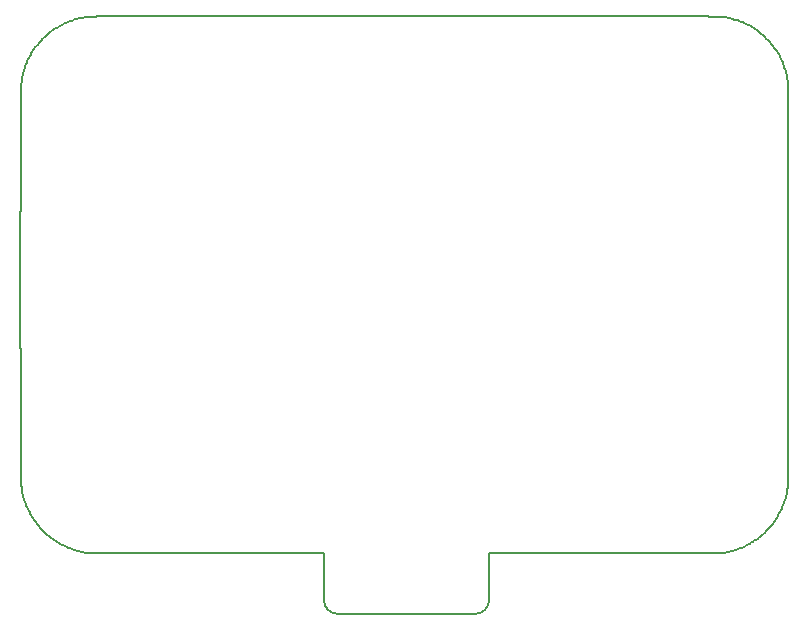
<source format=gbr>
G04 #@! TF.GenerationSoftware,KiCad,Pcbnew,5.1.4+dfsg1-1*
G04 #@! TF.CreationDate,2019-11-21T16:22:44-08:00*
G04 #@! TF.ProjectId,deutsche-bahn-sao,64657574-7363-4686-952d-6261686e2d73,rev?*
G04 #@! TF.SameCoordinates,PX70a3730PY3bf3e68*
G04 #@! TF.FileFunction,Profile,NP*
%FSLAX46Y46*%
G04 Gerber Fmt 4.6, Leading zero omitted, Abs format (unit mm)*
G04 Created by KiCad (PCBNEW 5.1.4+dfsg1-1) date 2019-11-21 16:22:44*
%MOMM*%
%LPD*%
G04 APERTURE LIST*
%ADD10C,0.200000*%
G04 APERTURE END LIST*
D10*
X40005000Y-50292000D02*
X40005000Y-46291500D01*
X27178000Y-51435000D02*
X38862000Y-51435000D01*
X26035000Y-46291500D02*
X26035000Y-50292000D01*
X40005000Y-50292000D02*
G75*
G02X38862000Y-51435000I-1143000J0D01*
G01*
X27178000Y-51435000D02*
G75*
G02X26035000Y-50292000I0J1143000D01*
G01*
X59940645Y-46265543D02*
X40005000Y-46291500D01*
X5796315Y-46260859D02*
X26035000Y-46291500D01*
X414837Y-6548565D02*
X435872Y-6368905D01*
X435872Y-6368905D02*
X460866Y-6192380D01*
X460866Y-6192380D02*
X490799Y-6013727D01*
X490799Y-6013727D02*
X523350Y-5846249D01*
X523350Y-5846249D02*
X559987Y-5680967D01*
X559987Y-5680967D02*
X600148Y-5520250D01*
X600148Y-5520250D02*
X643878Y-5363420D01*
X643878Y-5363420D02*
X691266Y-5209831D01*
X691266Y-5209831D02*
X742790Y-5057933D01*
X742790Y-5057933D02*
X797634Y-4909968D01*
X797634Y-4909968D02*
X857039Y-4762561D01*
X857039Y-4762561D02*
X918092Y-4622443D01*
X918092Y-4622443D02*
X983426Y-4483074D01*
X983426Y-4483074D02*
X1050860Y-4348812D01*
X1050860Y-4348812D02*
X1121586Y-4216834D01*
X1121586Y-4216834D02*
X1194555Y-4088770D01*
X1194555Y-4088770D02*
X1271974Y-3960592D01*
X1271974Y-3960592D02*
X1350365Y-3837805D01*
X1350365Y-3837805D02*
X1432597Y-3715571D01*
X1432597Y-3715571D02*
X1516306Y-3597191D01*
X1516306Y-3597191D02*
X1602854Y-3480449D01*
X1602854Y-3480449D02*
X1690875Y-3366920D01*
X1690875Y-3366920D02*
X1781550Y-3254854D01*
X1781550Y-3254854D02*
X1873063Y-3146222D01*
X1873063Y-3146222D02*
X1970666Y-3034803D01*
X1970666Y-3034803D02*
X2066377Y-2929533D01*
X2066377Y-2929533D02*
X2163613Y-2826243D01*
X2163613Y-2826243D02*
X2187022Y-2801890D01*
X418554Y-40584624D02*
X408449Y-40394421D01*
X408449Y-40394421D02*
X402881Y-40195614D01*
X402881Y-40195614D02*
X398542Y-39989609D01*
X398542Y-39989609D02*
X395035Y-39787818D01*
X395035Y-39787818D02*
X391978Y-39584586D01*
X391978Y-39584586D02*
X389283Y-39382885D01*
X389283Y-39382885D02*
X386776Y-39175282D01*
X386776Y-39175282D02*
X384450Y-38964314D01*
X384450Y-38964314D02*
X382265Y-38749362D01*
X382265Y-38749362D02*
X380300Y-38541366D01*
X380300Y-38541366D02*
X378434Y-38330247D01*
X378434Y-38330247D02*
X376746Y-38127010D01*
X376746Y-38127010D02*
X375143Y-37923291D01*
X375143Y-37923291D02*
X373524Y-37705673D01*
X373524Y-37705673D02*
X372065Y-37499350D01*
X372065Y-37499350D02*
X370639Y-37287182D01*
X370639Y-37287182D02*
X369338Y-37084760D01*
X369338Y-37084760D02*
X368016Y-36869575D01*
X368016Y-36869575D02*
X366791Y-36661426D01*
X366791Y-36661426D02*
X365568Y-36444671D01*
X365568Y-36444671D02*
X364438Y-36236020D01*
X364438Y-36236020D02*
X363289Y-36014825D01*
X363289Y-36014825D02*
X362186Y-35793820D01*
X362186Y-35793820D02*
X361087Y-35564438D01*
X361087Y-35564438D02*
X360133Y-35358161D01*
X360133Y-35358161D02*
X359241Y-35158003D01*
X359241Y-35158003D02*
X358367Y-34955100D01*
X358367Y-34955100D02*
X357471Y-34740106D01*
X357471Y-34740106D02*
X356557Y-34512705D01*
X356557Y-34512705D02*
X355739Y-34301584D01*
X355739Y-34301584D02*
X354867Y-34068406D01*
X354867Y-34068406D02*
X354016Y-33832324D01*
X354016Y-33832324D02*
X353254Y-33613418D01*
X353254Y-33613418D02*
X352543Y-33402304D01*
X352543Y-33402304D02*
X351785Y-33168726D01*
X351785Y-33168726D02*
X351108Y-32953347D01*
X351108Y-32953347D02*
X350465Y-32741213D01*
X350465Y-32741213D02*
X349869Y-32537738D01*
X349869Y-32537738D02*
X349283Y-32332657D01*
X349283Y-32332657D02*
X348657Y-32104742D01*
X348657Y-32104742D02*
X348102Y-31896408D01*
X348102Y-31896408D02*
X347562Y-31686605D01*
X347562Y-31686605D02*
X347051Y-31480799D01*
X347051Y-31480799D02*
X346565Y-31279127D01*
X346565Y-31279127D02*
X346042Y-31054225D01*
X346042Y-31054225D02*
X345534Y-30827864D01*
X345534Y-30827864D02*
X345090Y-30622384D01*
X345090Y-30622384D02*
X344647Y-30410174D01*
X344647Y-30410174D02*
X344217Y-30196833D01*
X344217Y-30196833D02*
X343789Y-29976730D01*
X343789Y-29976730D02*
X343378Y-29755511D01*
X343378Y-29755511D02*
X342978Y-29533210D01*
X342978Y-29533210D02*
X342604Y-29315611D01*
X342604Y-29315611D02*
X342252Y-29102827D01*
X342252Y-29102827D02*
X341886Y-28871816D01*
X341886Y-28871816D02*
X341534Y-28639836D01*
X341534Y-28639836D02*
X341215Y-28418598D01*
X341215Y-28418598D02*
X340848Y-28149730D01*
X340848Y-28149730D02*
X340572Y-27938528D01*
X340572Y-27938528D02*
X340280Y-27703113D01*
X340280Y-27703113D02*
X340018Y-27478773D01*
X340018Y-27478773D02*
X339794Y-27277505D01*
X339794Y-27277505D02*
X339563Y-27057926D01*
X339563Y-27057926D02*
X339350Y-26843763D01*
X339350Y-26843763D02*
X339151Y-26629121D01*
X339151Y-26629121D02*
X338937Y-26384122D01*
X338937Y-26384122D02*
X338762Y-26168560D01*
X338762Y-26168560D02*
X338592Y-25940612D01*
X338592Y-25940612D02*
X338450Y-25736326D01*
X338450Y-25736326D02*
X338307Y-25507677D01*
X338307Y-25507677D02*
X338177Y-25284739D01*
X338177Y-25284739D02*
X338070Y-25073609D01*
X338070Y-25073609D02*
X337958Y-24832064D01*
X337958Y-24832064D02*
X337846Y-24541913D01*
X337846Y-24541913D02*
X337776Y-24324131D01*
X337776Y-24324131D02*
X337708Y-24069911D01*
X337708Y-24069911D02*
X337667Y-23864040D01*
X337667Y-23864040D02*
X337636Y-23646018D01*
X337636Y-23646018D02*
X337610Y-23355307D01*
X337610Y-23355307D02*
X337606Y-23064649D01*
X337606Y-23064649D02*
X337623Y-22798326D01*
X337623Y-22798326D02*
X337650Y-22568451D01*
X337650Y-22568451D02*
X337701Y-22302486D01*
X337701Y-22302486D02*
X337761Y-22073007D01*
X337761Y-22073007D02*
X337824Y-21867888D01*
X337824Y-21867888D02*
X337909Y-21638899D01*
X337909Y-21638899D02*
X338008Y-21404209D01*
X338008Y-21404209D02*
X338123Y-21169891D01*
X338123Y-21169891D02*
X338250Y-20941972D01*
X338250Y-20941972D02*
X338374Y-20738410D01*
X338374Y-20738410D02*
X338519Y-20523275D01*
X338519Y-20523275D02*
X338701Y-20272842D01*
X338701Y-20272842D02*
X338870Y-20058710D01*
X338870Y-20058710D02*
X339073Y-19821388D01*
X339073Y-19821388D02*
X339269Y-19608373D01*
X339269Y-19608373D02*
X339550Y-19325266D01*
X339550Y-19325266D02*
X339806Y-19084323D01*
X339806Y-19084323D02*
X340038Y-18879311D01*
X340038Y-18879311D02*
X340308Y-18651638D01*
X340308Y-18651638D02*
X340611Y-18413207D01*
X340611Y-18413207D02*
X340920Y-18181541D01*
X340920Y-18181541D02*
X341279Y-17927841D01*
X341279Y-17927841D02*
X341576Y-17726929D01*
X341576Y-17726929D02*
X341979Y-17469808D01*
X341979Y-17469808D02*
X342358Y-17236782D01*
X342358Y-17236782D02*
X342755Y-17004972D01*
X342755Y-17004972D02*
X343119Y-16802474D01*
X343119Y-16802474D02*
X343513Y-16589819D01*
X343513Y-16589819D02*
X343901Y-16389423D01*
X343901Y-16389423D02*
X344367Y-16157003D01*
X344367Y-16157003D02*
X344839Y-15931567D01*
X344839Y-15931567D02*
X345329Y-15707618D01*
X345329Y-15707618D02*
X345783Y-15506835D01*
X345783Y-15506835D02*
X346380Y-15253636D01*
X346380Y-15253636D02*
X346878Y-15050501D01*
X346878Y-15050501D02*
X347444Y-14827637D01*
X347444Y-14827637D02*
X348012Y-14611844D01*
X348012Y-14611844D02*
X348626Y-14387412D01*
X348626Y-14387412D02*
X349197Y-14185589D01*
X349197Y-14185589D02*
X349784Y-13985451D01*
X349784Y-13985451D02*
X350495Y-13751602D01*
X350495Y-13751602D02*
X351258Y-13510228D01*
X351258Y-13510228D02*
X351976Y-13291402D01*
X351976Y-13291402D02*
X352679Y-13084735D01*
X352679Y-13084735D02*
X353433Y-12870602D01*
X353433Y-12870602D02*
X354243Y-12649392D01*
X354243Y-12649392D02*
X355109Y-12421551D01*
X355109Y-12421551D02*
X355922Y-12215440D01*
X355922Y-12215440D02*
X356829Y-11993631D01*
X356829Y-11993631D02*
X357759Y-11775079D01*
X357759Y-11775079D02*
X358711Y-11559860D01*
X358711Y-11559860D02*
X359767Y-11330541D01*
X359767Y-11330541D02*
X360806Y-11113928D01*
X360806Y-11113928D02*
X361805Y-10913829D01*
X361805Y-10913829D02*
X362869Y-10708929D01*
X362869Y-10708929D02*
X364138Y-10475461D01*
X364138Y-10475461D02*
X365344Y-10263172D01*
X365344Y-10263172D02*
X366554Y-10059527D01*
X366554Y-10059527D02*
X367886Y-9845418D01*
X367886Y-9845418D02*
X369248Y-9636835D01*
X369248Y-9636835D02*
X370640Y-9433896D01*
X370640Y-9433896D02*
X372087Y-9233258D01*
X372087Y-9233258D02*
X373727Y-9018592D01*
X373727Y-9018592D02*
X375428Y-8808324D01*
X375428Y-8808324D02*
X377225Y-8599913D01*
X377225Y-8599913D02*
X379177Y-8388428D01*
X379177Y-8388428D02*
X381235Y-8181415D01*
X381235Y-8181415D02*
X383578Y-7964207D01*
X383578Y-7964207D02*
X386044Y-7755917D01*
X386044Y-7755917D02*
X388669Y-7555728D01*
X388669Y-7555728D02*
X391753Y-7347356D01*
X391753Y-7347356D02*
X395157Y-7148414D01*
X395157Y-7148414D02*
X399286Y-6948315D01*
X399286Y-6948315D02*
X404632Y-6751051D01*
X404632Y-6751051D02*
X413796Y-6559466D01*
X413796Y-6559466D02*
X414837Y-6548565D01*
X6075179Y-884111D02*
X6270483Y-874514D01*
X6270483Y-874514D02*
X6471878Y-869397D01*
X6471878Y-869397D02*
X6671522Y-865553D01*
X6671522Y-865553D02*
X6876670Y-862276D01*
X6876670Y-862276D02*
X7074617Y-859528D01*
X7074617Y-859528D02*
X7276770Y-857024D01*
X7276770Y-857024D02*
X7492490Y-854608D01*
X7492490Y-854608D02*
X7691793Y-852560D01*
X7691793Y-852560D02*
X7891543Y-850652D01*
X7891543Y-850652D02*
X8089792Y-848883D01*
X8089792Y-848883D02*
X8288909Y-847207D01*
X8288909Y-847207D02*
X8517994Y-845395D01*
X8517994Y-845395D02*
X8721015Y-843877D01*
X8721015Y-843877D02*
X8949744Y-842252D01*
X8949744Y-842252D02*
X9172310Y-840749D01*
X9172310Y-840749D02*
X9372329Y-839459D01*
X9372329Y-839459D02*
X9582837Y-838157D01*
X9582837Y-838157D02*
X9814573Y-836784D01*
X9814573Y-836784D02*
X10020515Y-835612D01*
X10020515Y-835612D02*
X10231136Y-834458D01*
X10231136Y-834458D02*
X10440788Y-833348D01*
X10440788Y-833348D02*
X10649064Y-832285D01*
X10649064Y-832285D02*
X10878773Y-831151D01*
X10878773Y-831151D02*
X11101307Y-830090D01*
X11101307Y-830090D02*
X11315938Y-829103D01*
X11315938Y-829103D02*
X11546452Y-828072D01*
X11546452Y-828072D02*
X11774769Y-827085D01*
X11774769Y-827085D02*
X11981565Y-826217D01*
X11981565Y-826217D02*
X12191307Y-825363D01*
X12191307Y-825363D02*
X12390980Y-824572D01*
X12390980Y-824572D02*
X12593187Y-823791D01*
X12593187Y-823791D02*
X12811182Y-822971D01*
X12811182Y-822971D02*
X13038697Y-822139D01*
X13038697Y-822139D02*
X13296440Y-821224D01*
X13296440Y-821224D02*
X13509360Y-820489D01*
X13509360Y-820489D02*
X13738601Y-819719D01*
X13738601Y-819719D02*
X13977533Y-818938D01*
X13977533Y-818938D02*
X14233499Y-818126D01*
X14233499Y-818126D02*
X14434711Y-817503D01*
X14434711Y-817503D02*
X14666859Y-816804D01*
X14666859Y-816804D02*
X14901330Y-816113D01*
X14901330Y-816113D02*
X15138089Y-815436D01*
X15138089Y-815436D02*
X15377100Y-814768D01*
X15377100Y-814768D02*
X15618328Y-814114D01*
X15618328Y-814114D02*
X15823565Y-813568D01*
X15823565Y-813568D02*
X16038014Y-813011D01*
X16038014Y-813011D02*
X16277331Y-812407D01*
X16277331Y-812407D02*
X16479553Y-811907D01*
X16479553Y-811907D02*
X16761779Y-811230D01*
X16761779Y-811230D02*
X16983077Y-810710D01*
X16983077Y-810710D02*
X17229844Y-810147D01*
X17229844Y-810147D02*
X17430172Y-809699D01*
X17430172Y-809699D02*
X17639764Y-809242D01*
X17639764Y-809242D02*
X17883142Y-808724D01*
X17883142Y-808724D02*
X18136354Y-808196D01*
X18136354Y-808196D02*
X18341795Y-807782D01*
X18341795Y-807782D02*
X18548338Y-807371D01*
X18548338Y-807371D02*
X18839281Y-806813D01*
X18839281Y-806813D02*
X19056775Y-806403D01*
X19056775Y-806403D02*
X19266947Y-806018D01*
X19266947Y-806018D02*
X19478130Y-805639D01*
X19478130Y-805639D02*
X19681811Y-805282D01*
X19681811Y-805282D02*
X19886400Y-804932D01*
X19886400Y-804932D02*
X20160568Y-804474D01*
X20160568Y-804474D02*
X20384474Y-804111D01*
X20384474Y-804111D02*
X20592044Y-803782D01*
X20592044Y-803782D02*
X20791755Y-803471D01*
X20791755Y-803471D02*
X21027150Y-803119D01*
X21027150Y-803119D02*
X21272366Y-802757D01*
X21272366Y-802757D02*
X21483400Y-802455D01*
X21483400Y-802455D02*
X21686368Y-802170D01*
X21686368Y-802170D02*
X21890032Y-801894D01*
X21890032Y-801894D02*
X22103285Y-801611D01*
X22103285Y-801611D02*
X22379811Y-801253D01*
X22379811Y-801253D02*
X22621622Y-800951D01*
X22621622Y-800951D02*
X22837305Y-800689D01*
X22837305Y-800689D02*
X23053666Y-800434D01*
X23053666Y-800434D02*
X23306918Y-800145D01*
X23306918Y-800145D02*
X23533794Y-799891D01*
X23533794Y-799891D02*
X23761343Y-799646D01*
X23761343Y-799646D02*
X23998697Y-799398D01*
X23998697Y-799398D02*
X24218419Y-799177D01*
X24218419Y-799177D02*
X24438723Y-798962D01*
X24438723Y-798962D02*
X24733340Y-798683D01*
X24733340Y-798683D02*
X24936456Y-798499D01*
X24936456Y-798499D02*
X25158546Y-798303D01*
X25158546Y-798303D02*
X25390440Y-798106D01*
X25390440Y-798106D02*
X25660110Y-797889D01*
X25660110Y-797889D02*
X25921164Y-797684D01*
X25921164Y-797684D02*
X26145423Y-797518D01*
X26145423Y-797518D02*
X26351392Y-797368D01*
X26351392Y-797368D02*
X26585889Y-797207D01*
X26585889Y-797207D02*
X26811436Y-797060D01*
X26811436Y-797060D02*
X27027965Y-796922D01*
X27027965Y-796922D02*
X27244854Y-796791D01*
X27244854Y-796791D02*
X27499901Y-796646D01*
X27499901Y-796646D02*
X27708055Y-796532D01*
X27708055Y-796532D02*
X27916493Y-796426D01*
X27916493Y-796426D02*
X28125218Y-796322D01*
X28125218Y-796322D02*
X28410262Y-796190D01*
X28410262Y-796190D02*
X28638636Y-796092D01*
X28638636Y-796092D02*
X28848226Y-796007D01*
X28848226Y-796007D02*
X29096215Y-795915D01*
X29096215Y-795915D02*
X29296731Y-795844D01*
X29296731Y-795844D02*
X29554802Y-795762D01*
X29554802Y-795762D02*
X29861028Y-795675D01*
X29861028Y-795675D02*
X30090934Y-795617D01*
X30090934Y-795617D02*
X30301846Y-795569D01*
X30301846Y-795569D02*
X30503305Y-795528D01*
X30503305Y-795528D02*
X30704886Y-795492D01*
X30704886Y-795492D02*
X30916185Y-795460D01*
X30916185Y-795460D02*
X31117985Y-795433D01*
X31117985Y-795433D02*
X31377573Y-795406D01*
X31377573Y-795406D02*
X31627667Y-795389D01*
X31627667Y-795389D02*
X31858612Y-795378D01*
X31858612Y-795378D02*
X32205156Y-795376D01*
X32205156Y-795376D02*
X32513285Y-795385D01*
X32513285Y-795385D02*
X32821462Y-795405D01*
X32821462Y-795405D02*
X33129649Y-795436D01*
X33129649Y-795436D02*
X33399291Y-795471D01*
X33399291Y-795471D02*
X33649635Y-795511D01*
X33649635Y-795511D02*
X33861423Y-795551D01*
X33861423Y-795551D02*
X34169380Y-795621D01*
X34169380Y-795621D02*
X34400253Y-795678D01*
X34400253Y-795678D02*
X34602186Y-795734D01*
X34602186Y-795734D02*
X34823258Y-795803D01*
X34823258Y-795803D02*
X35092226Y-795892D01*
X35092226Y-795892D02*
X35322617Y-795977D01*
X35322617Y-795977D02*
X35552849Y-796066D01*
X35552849Y-796066D02*
X35782906Y-796161D01*
X35782906Y-796161D02*
X36031921Y-796272D01*
X36031921Y-796272D02*
X36252002Y-796375D01*
X36252002Y-796375D02*
X36471884Y-796487D01*
X36471884Y-796487D02*
X36691546Y-796601D01*
X36691546Y-796601D02*
X36910983Y-796723D01*
X36910983Y-796723D02*
X37149224Y-796862D01*
X37149224Y-796862D02*
X37387163Y-797008D01*
X37387163Y-797008D02*
X37691255Y-797205D01*
X37691255Y-797205D02*
X37909472Y-797352D01*
X37909472Y-797352D02*
X38146325Y-797520D01*
X38146325Y-797520D02*
X38373348Y-797686D01*
X38373348Y-797686D02*
X38590571Y-797849D01*
X38590571Y-797849D02*
X38807449Y-798022D01*
X38807449Y-798022D02*
X39033378Y-798208D01*
X39033378Y-798208D02*
X39240126Y-798382D01*
X39240126Y-798382D02*
X39483994Y-798594D01*
X39483994Y-798594D02*
X39727361Y-798816D01*
X39727361Y-798816D02*
X39942199Y-799017D01*
X39942199Y-799017D02*
X40286916Y-799354D01*
X40286916Y-799354D02*
X40491318Y-799559D01*
X40491318Y-799559D02*
X40695307Y-799772D01*
X40695307Y-799772D02*
X40898856Y-799988D01*
X40898856Y-799988D02*
X41175712Y-800294D01*
X41175712Y-800294D02*
X41433316Y-800588D01*
X41433316Y-800588D02*
X41653509Y-800845D01*
X41653509Y-800845D02*
X41909671Y-801155D01*
X41909671Y-801155D02*
X42119458Y-801414D01*
X42119458Y-801414D02*
X42374099Y-801738D01*
X42374099Y-801738D02*
X42591677Y-802024D01*
X42591677Y-802024D02*
X42871749Y-802399D01*
X42871749Y-802399D02*
X43105789Y-802723D01*
X43105789Y-802723D02*
X43321111Y-803028D01*
X43321111Y-803028D02*
X43535729Y-803339D01*
X43535729Y-803339D02*
X43740732Y-803643D01*
X43740732Y-803643D02*
X43945064Y-803954D01*
X43945064Y-803954D02*
X44175228Y-804311D01*
X44175228Y-804311D02*
X44404491Y-804675D01*
X44404491Y-804675D02*
X44632856Y-805048D01*
X44632856Y-805048D02*
X44877717Y-805457D01*
X44877717Y-805457D02*
X45086727Y-805813D01*
X45086727Y-805813D02*
X45329535Y-806238D01*
X45329535Y-806238D02*
X45545330Y-806623D01*
X45545330Y-806623D02*
X45760206Y-807016D01*
X45760206Y-807016D02*
X45965592Y-807400D01*
X45965592Y-807400D02*
X46187086Y-807822D01*
X46187086Y-807822D02*
X46399047Y-808233D01*
X46399047Y-808233D02*
X46660495Y-808755D01*
X46660495Y-808755D02*
X46861820Y-809166D01*
X46861820Y-809166D02*
X47095500Y-809654D01*
X47095500Y-809654D02*
X47319540Y-810129D01*
X47319540Y-810129D02*
X47534112Y-810597D01*
X47534112Y-810597D02*
X47763858Y-811108D01*
X47763858Y-811108D02*
X47984080Y-811610D01*
X47984080Y-811610D02*
X48202967Y-812117D01*
X48202967Y-812117D02*
X48428542Y-812652D01*
X48428542Y-812652D02*
X48660646Y-813218D01*
X48660646Y-813218D02*
X48883186Y-813769D01*
X48883186Y-813769D02*
X49112082Y-814351D01*
X49112082Y-814351D02*
X49370535Y-815022D01*
X49370535Y-815022D02*
X49572630Y-815561D01*
X49572630Y-815561D02*
X49804096Y-816190D01*
X49804096Y-816190D02*
X50033726Y-816831D01*
X50033726Y-816831D02*
X50246301Y-817436D01*
X50246301Y-817436D02*
X50487214Y-818138D01*
X50487214Y-818138D02*
X50725906Y-818851D01*
X50725906Y-818851D02*
X50962342Y-819575D01*
X50962342Y-819575D02*
X51174624Y-820240D01*
X51174624Y-820240D02*
X51392222Y-820937D01*
X51392222Y-820937D02*
X51650599Y-821786D01*
X51650599Y-821786D02*
X51870661Y-822531D01*
X51870661Y-822531D02*
X52109393Y-823357D01*
X52109393Y-823357D02*
X52359138Y-824246D01*
X52359138Y-824246D02*
X52598849Y-825122D01*
X52598849Y-825122D02*
X52808641Y-825911D01*
X52808641Y-825911D02*
X53015998Y-826708D01*
X53015998Y-826708D02*
X53234031Y-827569D01*
X53234031Y-827569D02*
X53455715Y-828468D01*
X53455715Y-828468D02*
X53738086Y-829651D01*
X53738086Y-829651D02*
X53946412Y-830549D01*
X53946412Y-830549D02*
X54164166Y-831517D01*
X54164166Y-831517D02*
X54402805Y-832608D01*
X54402805Y-832608D02*
X54637192Y-833718D01*
X54637192Y-833718D02*
X54849708Y-834756D01*
X54849708Y-834756D02*
X55058484Y-835807D01*
X55058484Y-835807D02*
X55291637Y-837022D01*
X55291637Y-837022D02*
X55519810Y-838254D01*
X55519810Y-838254D02*
X55737526Y-839474D01*
X55737526Y-839474D02*
X55939818Y-840648D01*
X55939818Y-840648D02*
X56158205Y-841963D01*
X56158205Y-841963D02*
X56361027Y-843232D01*
X56361027Y-843232D02*
X56597670Y-844780D01*
X56597670Y-844780D02*
X56826839Y-846351D01*
X56826839Y-846351D02*
X57048414Y-847946D01*
X57048414Y-847946D02*
X57253509Y-849498D01*
X57253509Y-849498D02*
X57464068Y-851175D01*
X57464068Y-851175D02*
X57674417Y-852946D01*
X57674417Y-852946D02*
X57887193Y-854853D01*
X57887193Y-854853D02*
X58089545Y-856791D01*
X58089545Y-856791D02*
X58295108Y-858907D01*
X58295108Y-858907D02*
X58507503Y-861282D01*
X58507503Y-861282D02*
X58710382Y-863776D01*
X58710382Y-863776D02*
X58912644Y-866550D01*
X58912644Y-866550D02*
X59113559Y-869696D01*
X59113559Y-869696D02*
X59312903Y-873396D01*
X59312903Y-873396D02*
X59510116Y-878063D01*
X59510116Y-878063D02*
X59703027Y-885248D01*
X59703027Y-885248D02*
X59753500Y-889000D01*
X61865841Y-45622277D02*
X61716906Y-45689799D01*
X61716906Y-45689799D02*
X61574451Y-45754600D01*
X61574451Y-45754600D02*
X61426857Y-45821937D01*
X61426857Y-45821937D02*
X61286241Y-45886347D01*
X61286241Y-45886347D02*
X61252979Y-45901653D01*
X2187022Y-2801890D02*
X2287217Y-2700248D01*
X2287217Y-2700248D02*
X2390824Y-2599624D01*
X2390824Y-2599624D02*
X2496278Y-2501617D01*
X2496278Y-2501617D02*
X2603550Y-2406247D01*
X2603550Y-2406247D02*
X2712607Y-2313523D01*
X2712607Y-2313523D02*
X2830186Y-2218096D01*
X2830186Y-2218096D02*
X2946258Y-2128281D01*
X2946258Y-2128281D02*
X3061497Y-2043219D01*
X3061497Y-2043219D02*
X3182842Y-1957873D01*
X3182842Y-1957873D02*
X3305058Y-1876100D01*
X3305058Y-1876100D02*
X3428069Y-1797849D01*
X3428069Y-1797849D02*
X3553188Y-1722263D01*
X3553188Y-1722263D02*
X3682737Y-1648087D01*
X3682737Y-1648087D02*
X3814415Y-1576786D01*
X3814415Y-1576786D02*
X3951556Y-1506752D01*
X3951556Y-1506752D02*
X4090378Y-1440088D01*
X4090378Y-1440088D02*
X4230843Y-1376814D01*
X4230843Y-1376814D02*
X4371915Y-1317355D01*
X4371915Y-1317355D02*
X4516530Y-1260521D01*
X4516530Y-1260521D02*
X4665722Y-1206121D01*
X4665722Y-1206121D02*
X4816468Y-1155393D01*
X4816468Y-1155393D02*
X4972862Y-1107136D01*
X4972862Y-1107136D02*
X5130798Y-1062796D01*
X5130798Y-1062796D02*
X5294442Y-1021390D01*
X5294442Y-1021390D02*
X5459610Y-984165D01*
X5459610Y-984165D02*
X5631069Y-950255D01*
X5631069Y-950255D02*
X5804027Y-920828D01*
X5804027Y-920828D02*
X5981693Y-895485D01*
X5981693Y-895485D02*
X6075179Y-884111D01*
X60656097Y-1058333D02*
X60793095Y-1122163D01*
X60793095Y-1122163D02*
X60907811Y-1136923D01*
X5796315Y-46260859D02*
X5796315Y-46260859D01*
X62320297Y-45332923D02*
X62225674Y-45396423D01*
X64605918Y-4184923D02*
X64683127Y-4308268D01*
X64683127Y-4308268D02*
X64745850Y-4446756D01*
X64745850Y-4446756D02*
X64804323Y-4590459D01*
X64804323Y-4590459D02*
X64859921Y-4736431D01*
X64859921Y-4736431D02*
X64914218Y-4886308D01*
X64914218Y-4886308D02*
X64965918Y-5035252D01*
X64965918Y-5035252D02*
X65018106Y-5191798D01*
X65018106Y-5191798D02*
X65066956Y-5344474D01*
X65066956Y-5344474D02*
X65114598Y-5500143D01*
X65114598Y-5500143D02*
X65159987Y-5656558D01*
X65159987Y-5656558D02*
X65202789Y-5814787D01*
X65202789Y-5814787D02*
X65242372Y-5978162D01*
X65242372Y-5978162D02*
X65272304Y-6132257D01*
X62764797Y-45061212D02*
X62648745Y-45147325D01*
X62648745Y-45147325D02*
X62528983Y-45228375D01*
X62528983Y-45228375D02*
X62402473Y-45302513D01*
X62402473Y-45302513D02*
X62320297Y-45332923D01*
X61252979Y-45901653D02*
X61110619Y-45961261D01*
X61110619Y-45961261D02*
X60963136Y-46013785D01*
X60963136Y-46013785D02*
X60810583Y-46061496D01*
X60810583Y-46061496D02*
X60653602Y-46105499D01*
X60653602Y-46105499D02*
X60492733Y-46146499D01*
X60492733Y-46146499D02*
X60330270Y-46184574D01*
X60330270Y-46184574D02*
X60165097Y-46220476D01*
X60165097Y-46220476D02*
X59998245Y-46254341D01*
X59998245Y-46254341D02*
X59940645Y-46265543D01*
X65268547Y-40978207D02*
X65235459Y-41149113D01*
X65235459Y-41149113D02*
X65199118Y-41314681D01*
X65199118Y-41314681D02*
X65159186Y-41477324D01*
X65159186Y-41477324D02*
X65115103Y-41639354D01*
X65115103Y-41639354D02*
X65068936Y-41793880D01*
X65068936Y-41793880D02*
X65019578Y-41945571D01*
X65019578Y-41945571D02*
X64966706Y-42095558D01*
X64966706Y-42095558D02*
X64911206Y-42241616D01*
X64911206Y-42241616D02*
X64853239Y-42383802D01*
X64853239Y-42383802D02*
X64791527Y-42525398D01*
X64791527Y-42525398D02*
X64727528Y-42663157D01*
X64727528Y-42663157D02*
X64660868Y-42798184D01*
X64660868Y-42798184D02*
X64591636Y-42930503D01*
X64591636Y-42930503D02*
X64518753Y-43062176D01*
X64518753Y-43062176D02*
X64442763Y-43192138D01*
X64442763Y-43192138D02*
X64366195Y-43316384D01*
X64366195Y-43316384D02*
X64287386Y-43438004D01*
X64287386Y-43438004D02*
X64204389Y-43559929D01*
X64204389Y-43559929D02*
X64119872Y-43678238D01*
X64119872Y-43678238D02*
X64033260Y-43793935D01*
X64033260Y-43793935D02*
X63943888Y-43907975D01*
X63943888Y-43907975D02*
X63852534Y-44019425D01*
X63852534Y-44019425D02*
X63756117Y-44131913D01*
X63756117Y-44131913D02*
X63660129Y-44239091D01*
X63660129Y-44239091D02*
X63561509Y-44344597D01*
X63561509Y-44344597D02*
X63453425Y-44455282D01*
X63453425Y-44455282D02*
X63352470Y-44554337D01*
X63352470Y-44554337D02*
X63249068Y-44651779D01*
X63249068Y-44651779D02*
X63140921Y-44749618D01*
X63140921Y-44749618D02*
X63032118Y-44844139D01*
X63032118Y-44844139D02*
X62920388Y-44937377D01*
X62920388Y-44937377D02*
X62806204Y-45028907D01*
X62806204Y-45028907D02*
X62764797Y-45061212D01*
X62745456Y-2066297D02*
X62861872Y-2150679D01*
X62861872Y-2150679D02*
X62971514Y-2242621D01*
X62971514Y-2242621D02*
X63077458Y-2337781D01*
X63077458Y-2337781D02*
X63182230Y-2436149D01*
X63182230Y-2436149D02*
X63284407Y-2535290D01*
X63284407Y-2535290D02*
X63388727Y-2639286D01*
X63388727Y-2639286D02*
X63489698Y-2742350D01*
X63489698Y-2742350D02*
X63591052Y-2848064D01*
X63591052Y-2848064D02*
X63691605Y-2955171D01*
X63691605Y-2955171D02*
X63790178Y-3062415D01*
X63790178Y-3062415D02*
X63886526Y-3169595D01*
X63886526Y-3169595D02*
X63980202Y-3276386D01*
X63980202Y-3276386D02*
X64072879Y-3385119D01*
X64072879Y-3385119D02*
X64163980Y-3496027D01*
X64163980Y-3496027D02*
X64252197Y-3609235D01*
X64252197Y-3609235D02*
X64335970Y-3727072D01*
X64335970Y-3727072D02*
X64385664Y-3810474D01*
X62225674Y-45396423D02*
X62115722Y-45491365D01*
X62115722Y-45491365D02*
X61985861Y-45564328D01*
X61985861Y-45564328D02*
X61865841Y-45622277D01*
X64385664Y-3810474D02*
X64454894Y-3941786D01*
X64454894Y-3941786D02*
X64528508Y-4071480D01*
X64528508Y-4071480D02*
X64605918Y-4184923D01*
X65272304Y-6132257D02*
X65284337Y-6322359D01*
X65284337Y-6322359D02*
X65290710Y-6521963D01*
X65290710Y-6521963D02*
X65295427Y-6718783D01*
X65295427Y-6718783D02*
X65299421Y-6920803D01*
X65299421Y-6920803D02*
X65302782Y-7117716D01*
X65302782Y-7117716D02*
X65305875Y-7321927D01*
X65305875Y-7321927D02*
X65308677Y-7527298D01*
X65308677Y-7527298D02*
X65311239Y-7732991D01*
X65311239Y-7732991D02*
X65313605Y-7939154D01*
X65313605Y-7939154D02*
X65315882Y-8153059D01*
X65315882Y-8153059D02*
X65317917Y-8357676D01*
X65317917Y-8357676D02*
X65319906Y-8570739D01*
X65319906Y-8570739D02*
X65321849Y-8792060D01*
X65321849Y-8792060D02*
X65323513Y-8992344D01*
X65323513Y-8992344D02*
X65325140Y-9198683D01*
X65325140Y-9198683D02*
X65326732Y-9410950D01*
X65326732Y-9410950D02*
X65328208Y-9617201D01*
X65328208Y-9617201D02*
X65329625Y-9824503D01*
X65329625Y-9824503D02*
X65331091Y-10048987D01*
X65331091Y-10048987D02*
X65332368Y-10253418D01*
X65332368Y-10253418D02*
X65333569Y-10453339D01*
X65333569Y-10453339D02*
X65334819Y-10670072D01*
X65334819Y-10670072D02*
X65335967Y-10877522D01*
X65335967Y-10877522D02*
X65337046Y-11079455D01*
X65337046Y-11079455D02*
X65338147Y-11293751D01*
X65338147Y-11293751D02*
X65339134Y-11492777D01*
X65339134Y-11492777D02*
X65340188Y-11713499D01*
X65340188Y-11713499D02*
X65341132Y-11918277D01*
X65341132Y-11918277D02*
X65342118Y-12140286D01*
X65342118Y-12140286D02*
X65342997Y-12345594D01*
X65342997Y-12345594D02*
X65343897Y-12563280D01*
X65343897Y-12563280D02*
X65344737Y-12773498D01*
X65344737Y-12773498D02*
X65345519Y-12975866D01*
X65345519Y-12975866D02*
X65346283Y-13180293D01*
X65346283Y-13180293D02*
X65347066Y-13397108D01*
X65347066Y-13397108D02*
X65347792Y-13605609D01*
X65347792Y-13605609D02*
X65348467Y-13805464D01*
X65348467Y-13805464D02*
X65349193Y-14028328D01*
X65349193Y-14028328D02*
X65349835Y-14231701D01*
X65349835Y-14231701D02*
X65350461Y-14436692D01*
X65350461Y-14436692D02*
X65351069Y-14643238D01*
X65351069Y-14643238D02*
X65351661Y-14851337D01*
X65351661Y-14851337D02*
X65352299Y-15083059D01*
X65352299Y-15083059D02*
X65352828Y-15283103D01*
X65352828Y-15283103D02*
X65353400Y-15506855D01*
X65353400Y-15506855D02*
X65353927Y-15720827D01*
X65353927Y-15720827D02*
X65354413Y-15924768D01*
X65354413Y-15924768D02*
X65354908Y-16141298D01*
X65354908Y-16141298D02*
X65355375Y-16353341D01*
X65355375Y-16353341D02*
X65355816Y-16560760D01*
X65355816Y-16560760D02*
X65356254Y-16775046D01*
X65356254Y-16775046D02*
X65356666Y-16984582D01*
X65356666Y-16984582D02*
X65357086Y-17206834D01*
X65357086Y-17206834D02*
X65357479Y-17424267D01*
X65357479Y-17424267D02*
X65357864Y-17648587D01*
X65357864Y-17648587D02*
X65358227Y-17867957D01*
X65358227Y-17867957D02*
X65358602Y-18106129D01*
X65358602Y-18106129D02*
X65358931Y-18327337D01*
X65358931Y-18327337D02*
X65359255Y-18555386D01*
X65359255Y-18555386D02*
X65359555Y-18778234D01*
X65359555Y-18778234D02*
X65359847Y-19007891D01*
X65359847Y-19007891D02*
X65360086Y-19207945D01*
X65360086Y-19207945D02*
X65360322Y-19414630D01*
X65360322Y-19414630D02*
X65360540Y-19615765D01*
X65360540Y-19615765D02*
X65360768Y-19841862D01*
X65360768Y-19841862D02*
X65360976Y-20062410D01*
X65360976Y-20062410D02*
X65361177Y-20289626D01*
X65361177Y-20289626D02*
X65361365Y-20523515D01*
X65361365Y-20523515D02*
X65361528Y-20745557D01*
X65361528Y-20745557D02*
X65361686Y-20980387D01*
X65361686Y-20980387D02*
X65361850Y-21252823D01*
X65361850Y-21252823D02*
X65361960Y-21463694D01*
X65361960Y-21463694D02*
X65362054Y-21668628D01*
X65362054Y-21668628D02*
X65362141Y-21880018D01*
X65362141Y-21880018D02*
X65362212Y-22085402D01*
X65362212Y-22085402D02*
X65362272Y-22290967D01*
X65362272Y-22290967D02*
X65362323Y-22521634D01*
X65362323Y-22521634D02*
X65362370Y-22814874D01*
X65362370Y-22814874D02*
X65362388Y-23033368D01*
X65362388Y-23033368D02*
X65362393Y-23245690D01*
X65362393Y-23245690D02*
X65362379Y-23545503D01*
X65362379Y-23545503D02*
X65362339Y-23826577D01*
X65362339Y-23826577D02*
X65362289Y-24070128D01*
X65362289Y-24070128D02*
X65362232Y-24282381D01*
X65362232Y-24282381D02*
X65362157Y-24507014D01*
X65362157Y-24507014D02*
X65362063Y-24743977D01*
X65362063Y-24743977D02*
X65361965Y-24955827D01*
X65361965Y-24955827D02*
X65361849Y-25179940D01*
X65361849Y-25179940D02*
X65361728Y-25385164D01*
X65361728Y-25385164D02*
X65361562Y-25639823D01*
X65361562Y-25639823D02*
X65361402Y-25863091D01*
X65361402Y-25863091D02*
X65361207Y-26110768D01*
X65361207Y-26110768D02*
X65361016Y-26333280D01*
X65361016Y-26333280D02*
X65360811Y-26555374D01*
X65360811Y-26555374D02*
X65360581Y-26789325D01*
X65360581Y-26789325D02*
X65360346Y-27010468D01*
X65360346Y-27010468D02*
X65360113Y-27218860D01*
X65360113Y-27218860D02*
X65359866Y-27426755D01*
X65359866Y-27426755D02*
X65359613Y-27628048D01*
X65359613Y-27628048D02*
X65359325Y-27847058D01*
X65359325Y-27847058D02*
X65359016Y-28071485D01*
X65359016Y-28071485D02*
X65358682Y-28301233D01*
X65358682Y-28301233D02*
X65358351Y-28518160D01*
X65358351Y-28518160D02*
X65358015Y-28728351D01*
X65358015Y-28728351D02*
X65357655Y-28943780D01*
X65357655Y-28943780D02*
X65357252Y-29176250D01*
X65357252Y-29176250D02*
X65356841Y-29401803D01*
X65356841Y-29401803D02*
X65356437Y-29614583D01*
X65356437Y-29614583D02*
X65355999Y-29838196D01*
X65355999Y-29838196D02*
X65355517Y-30072430D01*
X65355517Y-30072430D02*
X65355043Y-30293827D01*
X65355043Y-30293827D02*
X65354579Y-30502524D01*
X65354579Y-30502524D02*
X65354076Y-30721674D01*
X65354076Y-30721674D02*
X65353541Y-30945326D01*
X65353541Y-30945326D02*
X65353035Y-31150606D01*
X65353035Y-31150606D02*
X65352441Y-31382995D01*
X65352441Y-31382995D02*
X65351903Y-31585749D01*
X65351903Y-31585749D02*
X65351320Y-31798439D01*
X65351320Y-31798439D02*
X65350754Y-31998638D01*
X65350754Y-31998638D02*
X65350142Y-32208554D01*
X65350142Y-32208554D02*
X65349480Y-32427912D01*
X65349480Y-32427912D02*
X65348835Y-32634735D01*
X65348835Y-32634735D02*
X65348140Y-32850752D01*
X65348140Y-32850752D02*
X65347462Y-33054333D01*
X65347462Y-33054333D02*
X65346769Y-33256246D01*
X65346769Y-33256246D02*
X65346060Y-33456489D01*
X65346060Y-33456489D02*
X65345297Y-33665405D01*
X65345297Y-33665405D02*
X65344517Y-33872366D01*
X65344517Y-33872366D02*
X65343721Y-34077329D01*
X65343721Y-34077329D02*
X65342885Y-34285285D01*
X65342885Y-34285285D02*
X65341926Y-34515986D01*
X65341926Y-34515986D02*
X65341054Y-34719226D01*
X65341054Y-34719226D02*
X65340073Y-34939631D01*
X65340073Y-34939631D02*
X65339117Y-35147598D01*
X65339117Y-35147598D02*
X65338165Y-35348166D01*
X65338165Y-35348166D02*
X65337166Y-35550833D01*
X65337166Y-35550833D02*
X65336150Y-35750746D01*
X65336150Y-35750746D02*
X65335041Y-35961478D01*
X65335041Y-35961478D02*
X65333882Y-36173388D01*
X65333882Y-36173388D02*
X65332601Y-36399363D01*
X65332601Y-36399363D02*
X65331419Y-36599550D01*
X65331419Y-36599550D02*
X65330110Y-36813166D01*
X65330110Y-36813166D02*
X65328828Y-37014248D01*
X65328828Y-37014248D02*
X65327354Y-37235695D01*
X65327354Y-37235695D02*
X65325909Y-37444073D01*
X65325909Y-37444073D02*
X65324375Y-37655302D01*
X65324375Y-37655302D02*
X65322750Y-37868672D01*
X65322750Y-37868672D02*
X65321123Y-38072479D01*
X65321123Y-38072479D02*
X65319401Y-38277568D01*
X65319401Y-38277568D02*
X65317520Y-38489971D01*
X65317520Y-38489971D02*
X65315662Y-38688318D01*
X65315662Y-38688318D02*
X65313606Y-38895401D01*
X65313606Y-38895401D02*
X65311439Y-39099964D01*
X65311439Y-39099964D02*
X65309092Y-39306738D01*
X65309092Y-39306738D02*
X65306619Y-39508210D01*
X65306619Y-39508210D02*
X65303807Y-39718421D01*
X65303807Y-39718421D02*
X65300817Y-39920951D01*
X65300817Y-39920951D02*
X65297417Y-40126444D01*
X65297417Y-40126444D02*
X65293657Y-40324638D01*
X65293657Y-40324638D02*
X65289120Y-40525706D01*
X65289120Y-40525706D02*
X65283450Y-40722081D01*
X65283450Y-40722081D02*
X65274816Y-40913760D01*
X65274816Y-40913760D02*
X65268547Y-40978207D01*
X60907811Y-1136923D02*
X61068182Y-1178636D01*
X61068182Y-1178636D02*
X61215249Y-1234167D01*
X61215249Y-1234167D02*
X61359337Y-1293784D01*
X61359337Y-1293784D02*
X61501267Y-1355733D01*
X61501267Y-1355733D02*
X61639868Y-1418679D01*
X61639868Y-1418679D02*
X61776850Y-1483058D01*
X61776850Y-1483058D02*
X61912692Y-1549088D01*
X61912692Y-1549088D02*
X62046835Y-1616741D01*
X62046835Y-1616741D02*
X62178659Y-1686334D01*
X62178659Y-1686334D02*
X62307315Y-1759021D01*
X62307315Y-1759021D02*
X62428765Y-1838476D01*
X62428765Y-1838476D02*
X62449123Y-1855279D01*
X62449123Y-1855279D02*
X62561866Y-1942933D01*
X62561866Y-1942933D02*
X62680904Y-2024890D01*
X62680904Y-2024890D02*
X62745456Y-2066297D01*
X5796333Y-46260859D02*
X5627982Y-46225712D01*
X5627982Y-46225712D02*
X5465503Y-46188110D01*
X5465503Y-46188110D02*
X5304866Y-46147274D01*
X5304866Y-46147274D02*
X5147406Y-46103603D01*
X5147406Y-46103603D02*
X4991837Y-46056799D01*
X4991837Y-46056799D02*
X4836932Y-46006461D01*
X4836932Y-46006461D02*
X4685271Y-45953439D01*
X4685271Y-45953439D02*
X4535613Y-45897358D01*
X4535613Y-45897358D02*
X4385573Y-45837238D01*
X4385573Y-45837238D02*
X4244846Y-45777165D01*
X4244846Y-45777165D02*
X4104917Y-45713747D01*
X4104917Y-45713747D02*
X3969356Y-45648659D01*
X3969356Y-45648659D02*
X3831810Y-45578784D01*
X3831810Y-45578784D02*
X3701489Y-45508852D01*
X3701489Y-45508852D02*
X3572661Y-45435989D01*
X3572661Y-45435989D02*
X3443206Y-45358849D01*
X3443206Y-45358849D02*
X3319711Y-45281409D01*
X3319711Y-45281409D02*
X3197286Y-45200730D01*
X3197286Y-45200730D02*
X3074992Y-45116039D01*
X3074992Y-45116039D02*
X2958035Y-45030993D01*
X2958035Y-45030993D02*
X2842803Y-44943095D01*
X2842803Y-44943095D02*
X2730324Y-44853131D01*
X2730324Y-44853131D02*
X2621084Y-44761560D01*
X2621084Y-44761560D02*
X2514114Y-44667629D01*
X2514114Y-44667629D02*
X2409452Y-44571358D01*
X2409452Y-44571358D02*
X2306681Y-44472328D01*
X2306681Y-44472328D02*
X2202817Y-44367374D01*
X2202817Y-44367374D02*
X2103244Y-44261802D01*
X2103244Y-44261802D02*
X2005384Y-44152927D01*
X2005384Y-44152927D02*
X1911749Y-44043597D01*
X1911749Y-44043597D02*
X1821455Y-43932972D01*
X1821455Y-43932972D02*
X1733330Y-43819627D01*
X1733330Y-43819627D02*
X1647076Y-43703052D01*
X1647076Y-43703052D02*
X1559233Y-43578008D01*
X1559233Y-43578008D02*
X1488157Y-43471675D01*
X1488157Y-43471675D02*
X1408419Y-43347875D01*
X1408419Y-43347875D02*
X1328053Y-43219124D01*
X1328053Y-43219124D02*
X1251758Y-43092482D01*
X1251758Y-43092482D02*
X1177861Y-42964905D01*
X1177861Y-42964905D02*
X1106517Y-42836199D01*
X1106517Y-42836199D02*
X1033713Y-42698035D01*
X1033713Y-42698035D02*
X966851Y-42563697D01*
X966851Y-42563697D02*
X901899Y-42424731D01*
X901899Y-42424731D02*
X840334Y-42283415D01*
X840334Y-42283415D02*
X782243Y-42139281D01*
X782243Y-42139281D02*
X723908Y-41981047D01*
X723908Y-41981047D02*
X673281Y-41829544D01*
X673281Y-41829544D02*
X626278Y-41673440D01*
X626278Y-41673440D02*
X582914Y-41512031D01*
X582914Y-41512031D02*
X544303Y-41349567D01*
X544303Y-41349567D02*
X509353Y-41181914D01*
X509353Y-41181914D02*
X478570Y-41012127D01*
X478570Y-41012127D02*
X451370Y-40838247D01*
X451370Y-40838247D02*
X427596Y-40660564D01*
X427596Y-40660564D02*
X418554Y-40584624D01*
X59753500Y-889000D02*
X59933035Y-910463D01*
X59933035Y-910463D02*
X60110015Y-934974D01*
X60110015Y-934974D02*
X60282727Y-962652D01*
X60282727Y-962652D02*
X60452478Y-995060D01*
X60452478Y-995060D02*
X60611360Y-1036336D01*
X60611360Y-1036336D02*
X60656097Y-1058333D01*
M02*

</source>
